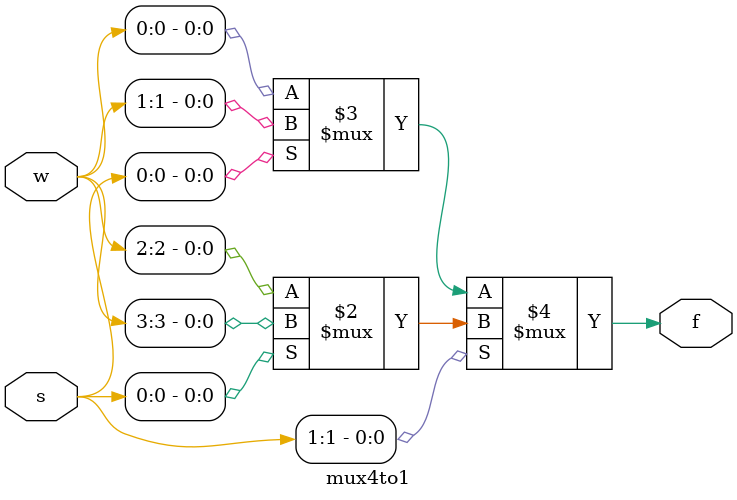
<source format=v>
module prg2_2(b,f);
input [2:0]b;
output f;
wire [3:0]m;
assign m[0]=~b[0];
assign m[1]=1;
assign m[2]=0;
assign m[3]=b[0];
mux4to1 stage(m,b[2:1],f);
endmodule

module mux4to1(w,s,f);
input [3:0]w;
input [1:0]s;
output f;
reg f;
always @(w or s)
f=s[1]?((s[0]?w[3]:w[2])):((s[0]?w[1]:w[0]));
endmodule

</source>
